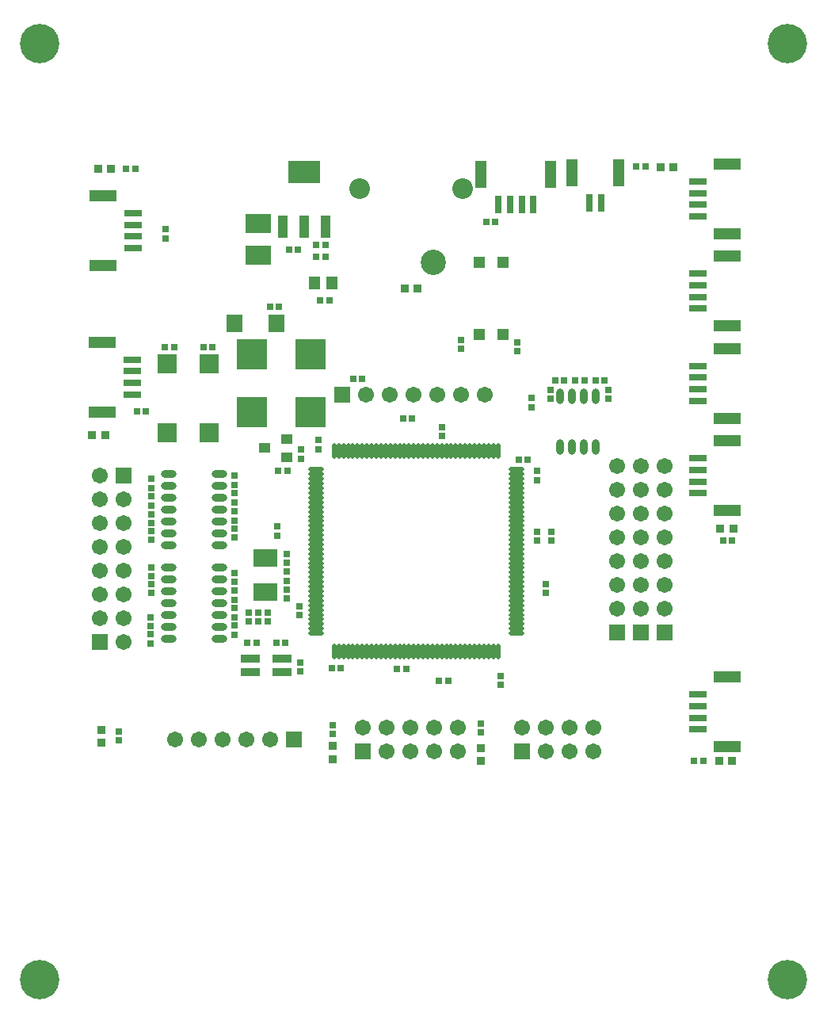
<source format=gts>
G04*
G04 #@! TF.GenerationSoftware,Altium Limited,Altium Designer,19.0.12 (326)*
G04*
G04 Layer_Color=8388736*
%FSLAX24Y24*%
%MOIN*%
G70*
G01*
G75*
%ADD45R,0.0380X0.0380*%
%ADD46R,0.0380X0.0380*%
%ADD47R,0.0454X0.0434*%
%ADD48R,0.0454X0.0434*%
%ADD49R,0.0316X0.0280*%
%ADD50R,0.0316X0.0749*%
%ADD51R,0.0474X0.1143*%
%ADD52R,0.0749X0.0316*%
%ADD53R,0.1143X0.0474*%
%ADD54R,0.0434X0.0926*%
%ADD55R,0.1360X0.0926*%
%ADD56R,0.0280X0.0316*%
%ADD57R,0.1064X0.0828*%
%ADD58R,0.0474X0.0580*%
%ADD59R,0.1025X0.0749*%
%ADD60R,0.1261X0.1261*%
%ADD61R,0.0678X0.0759*%
%ADD62R,0.0828X0.0808*%
%ADD63R,0.0513X0.0513*%
%ADD64O,0.0316X0.0651*%
%ADD65O,0.0651X0.0316*%
%ADD66R,0.0789X0.0375*%
%ADD67O,0.0198X0.0651*%
%ADD68O,0.0651X0.0198*%
%ADD69C,0.1064*%
%ADD70C,0.0867*%
%ADD71R,0.0671X0.0671*%
%ADD72C,0.0671*%
%ADD73R,0.0671X0.0671*%
%ADD74C,0.1655*%
D45*
X15380Y29070D02*
D03*
X15925Y29069D02*
D03*
X2475Y34121D02*
D03*
X3020Y34120D02*
D03*
X2770Y22920D02*
D03*
X2225Y22921D02*
D03*
X26675Y34169D02*
D03*
X26130Y34170D02*
D03*
X29200Y18981D02*
D03*
X28655Y18981D02*
D03*
X28605Y9221D02*
D03*
X29150Y9220D02*
D03*
D46*
X2599Y9975D02*
D03*
X2600Y10520D02*
D03*
X12357Y9840D02*
D03*
X12356Y9295D02*
D03*
X18587Y9755D02*
D03*
X18587Y9210D02*
D03*
D47*
X10413Y21996D02*
D03*
X9487Y22370D02*
D03*
D48*
X10413Y22744D02*
D03*
D49*
X23950Y24822D02*
D03*
Y24442D02*
D03*
X21500Y24814D02*
D03*
Y24434D02*
D03*
X20709Y24470D02*
D03*
Y24090D02*
D03*
X20950Y21020D02*
D03*
Y21400D02*
D03*
X21550Y18860D02*
D03*
Y18480D02*
D03*
X20950D02*
D03*
Y18860D02*
D03*
X21300Y16660D02*
D03*
Y16280D02*
D03*
X19398Y12793D02*
D03*
Y12413D02*
D03*
X10976Y12980D02*
D03*
Y13360D02*
D03*
X11750Y22320D02*
D03*
Y22700D02*
D03*
X11000Y22300D02*
D03*
Y21920D02*
D03*
X10000Y18689D02*
D03*
Y19069D02*
D03*
X10950Y15710D02*
D03*
Y15330D02*
D03*
X9600Y15070D02*
D03*
Y15450D02*
D03*
X9200Y15070D02*
D03*
Y15450D02*
D03*
X8800Y15070D02*
D03*
Y15450D02*
D03*
X8200Y14520D02*
D03*
Y14900D02*
D03*
Y15252D02*
D03*
Y15632D02*
D03*
Y16372D02*
D03*
Y15992D02*
D03*
Y16740D02*
D03*
Y17120D02*
D03*
X16950Y22866D02*
D03*
Y23246D02*
D03*
X20098Y26826D02*
D03*
Y26446D02*
D03*
X17748Y26536D02*
D03*
Y26916D02*
D03*
X5300Y31570D02*
D03*
Y31190D02*
D03*
X3350Y10080D02*
D03*
Y10460D02*
D03*
X18587Y10796D02*
D03*
Y10416D02*
D03*
X12350Y10720D02*
D03*
Y10340D02*
D03*
X10400Y17925D02*
D03*
Y17545D02*
D03*
Y16045D02*
D03*
Y16425D02*
D03*
X10401Y17175D02*
D03*
Y16795D02*
D03*
X8200Y21200D02*
D03*
Y20820D02*
D03*
Y20091D02*
D03*
Y20471D02*
D03*
X4700Y19960D02*
D03*
Y20340D02*
D03*
Y20690D02*
D03*
Y21070D02*
D03*
X8200Y19709D02*
D03*
Y19329D02*
D03*
X4700Y19590D02*
D03*
Y19210D02*
D03*
Y18879D02*
D03*
Y18499D02*
D03*
X8200Y18981D02*
D03*
Y18601D02*
D03*
X4700Y16270D02*
D03*
Y16650D02*
D03*
X4692Y14533D02*
D03*
Y14153D02*
D03*
X4700Y16982D02*
D03*
Y17362D02*
D03*
X4692Y15252D02*
D03*
Y14872D02*
D03*
D50*
X20792Y32620D02*
D03*
X20300D02*
D03*
X19316D02*
D03*
X19808D02*
D03*
X23642Y32670D02*
D03*
X23150D02*
D03*
D51*
X21520Y33880D02*
D03*
X18587D02*
D03*
X22422Y33930D02*
D03*
X24370D02*
D03*
D52*
X3950Y32254D02*
D03*
Y31762D02*
D03*
Y30778D02*
D03*
Y31270D02*
D03*
X3910Y26092D02*
D03*
Y25600D02*
D03*
Y24615D02*
D03*
Y25107D02*
D03*
X27700Y21454D02*
D03*
Y21946D02*
D03*
Y20962D02*
D03*
Y20470D02*
D03*
Y33096D02*
D03*
Y33589D02*
D03*
Y32604D02*
D03*
Y32112D02*
D03*
Y29216D02*
D03*
Y29708D02*
D03*
Y28724D02*
D03*
Y28231D02*
D03*
Y11520D02*
D03*
Y12012D02*
D03*
Y11028D02*
D03*
Y10536D02*
D03*
Y25335D02*
D03*
Y25827D02*
D03*
Y24843D02*
D03*
Y24351D02*
D03*
D53*
X2690Y32983D02*
D03*
Y30050D02*
D03*
X2650Y26820D02*
D03*
Y23887D02*
D03*
X28960Y22675D02*
D03*
Y19742D02*
D03*
Y34317D02*
D03*
Y31384D02*
D03*
Y30436D02*
D03*
Y27503D02*
D03*
Y12740D02*
D03*
Y9807D02*
D03*
Y26555D02*
D03*
Y23622D02*
D03*
D54*
X10244Y31666D02*
D03*
X11150D02*
D03*
X12056D02*
D03*
D55*
X11150Y33974D02*
D03*
D56*
X10500Y30720D02*
D03*
X10880D02*
D03*
X11650Y30920D02*
D03*
X12030D02*
D03*
X11650Y30420D02*
D03*
X12030D02*
D03*
X12200Y28570D02*
D03*
X11820D02*
D03*
X5670Y26620D02*
D03*
X5290D02*
D03*
X19180Y31870D02*
D03*
X18800D02*
D03*
X13200Y25270D02*
D03*
X13580D02*
D03*
X9710Y28321D02*
D03*
X10090D02*
D03*
X20550Y21870D02*
D03*
X20170D02*
D03*
X12310Y13127D02*
D03*
X12690D02*
D03*
X15060Y13070D02*
D03*
X15440D02*
D03*
X15690Y23622D02*
D03*
X15310D02*
D03*
X16820Y12576D02*
D03*
X17200D02*
D03*
X6900Y26620D02*
D03*
X7280D02*
D03*
X22090Y25222D02*
D03*
X21710D02*
D03*
X23400D02*
D03*
X23780D02*
D03*
X22940D02*
D03*
X22560D02*
D03*
X10047Y21420D02*
D03*
X10427D02*
D03*
X3650Y34120D02*
D03*
X4030D02*
D03*
X4100Y23920D02*
D03*
X4480D02*
D03*
X25500Y34220D02*
D03*
X25120D02*
D03*
X29150Y18470D02*
D03*
X28770D02*
D03*
X27940Y9205D02*
D03*
X27560D02*
D03*
X10352Y14175D02*
D03*
X9972D02*
D03*
X8750Y14170D02*
D03*
X9130D02*
D03*
D57*
X9200Y31816D02*
D03*
Y30470D02*
D03*
D58*
X11579Y29302D02*
D03*
X12299D02*
D03*
D59*
X9500Y17753D02*
D03*
Y16297D02*
D03*
D60*
X8953Y23870D02*
D03*
Y26320D02*
D03*
X11403D02*
D03*
Y23870D02*
D03*
D61*
X8200Y27620D02*
D03*
X9972D02*
D03*
D62*
X7136Y25917D02*
D03*
X5364Y23023D02*
D03*
Y25917D02*
D03*
X7136Y23023D02*
D03*
D63*
X19498Y30181D02*
D03*
X18498Y27161D02*
D03*
Y30181D02*
D03*
X19498Y27161D02*
D03*
D64*
X21900Y22399D02*
D03*
X22400D02*
D03*
X22900D02*
D03*
X23400D02*
D03*
X21900Y24545D02*
D03*
X22400D02*
D03*
X22900D02*
D03*
X23400D02*
D03*
D65*
X7573Y18270D02*
D03*
Y18770D02*
D03*
Y19270D02*
D03*
Y19770D02*
D03*
Y20270D02*
D03*
Y20770D02*
D03*
Y21270D02*
D03*
X5427Y18270D02*
D03*
Y18770D02*
D03*
Y19270D02*
D03*
Y19770D02*
D03*
Y20270D02*
D03*
Y20770D02*
D03*
Y21270D02*
D03*
X7573Y14348D02*
D03*
Y14848D02*
D03*
Y15348D02*
D03*
Y15848D02*
D03*
Y16348D02*
D03*
Y16848D02*
D03*
Y17348D02*
D03*
X5427Y14348D02*
D03*
Y14848D02*
D03*
Y15348D02*
D03*
Y15848D02*
D03*
Y16348D02*
D03*
Y16848D02*
D03*
Y17348D02*
D03*
D66*
X8872Y13505D02*
D03*
X10211D02*
D03*
Y12935D02*
D03*
X8872D02*
D03*
D67*
X12405Y22242D02*
D03*
X12602D02*
D03*
X12799D02*
D03*
X12996D02*
D03*
X13193D02*
D03*
X13389D02*
D03*
X13586D02*
D03*
X13783D02*
D03*
X13980D02*
D03*
X14177D02*
D03*
X14374D02*
D03*
X14570D02*
D03*
X14767D02*
D03*
X14964D02*
D03*
X15161D02*
D03*
X15358D02*
D03*
X15555D02*
D03*
X15752D02*
D03*
X15948D02*
D03*
X16145D02*
D03*
X16342D02*
D03*
X16539D02*
D03*
X16736D02*
D03*
X16933D02*
D03*
X17130D02*
D03*
X17326D02*
D03*
X17523D02*
D03*
X17720D02*
D03*
X17917D02*
D03*
X18114D02*
D03*
X18311D02*
D03*
X18507D02*
D03*
X18704D02*
D03*
X18901D02*
D03*
X19098D02*
D03*
X19295D02*
D03*
Y13798D02*
D03*
X19098D02*
D03*
X18901D02*
D03*
X18704D02*
D03*
X18507D02*
D03*
X18311D02*
D03*
X18114D02*
D03*
X17917D02*
D03*
X17720D02*
D03*
X17523D02*
D03*
X17326D02*
D03*
X17130D02*
D03*
X16933D02*
D03*
X16736D02*
D03*
X16539D02*
D03*
X16342D02*
D03*
X16145D02*
D03*
X15948D02*
D03*
X15752D02*
D03*
X15555D02*
D03*
X15358D02*
D03*
X15161D02*
D03*
X14964D02*
D03*
X14767D02*
D03*
X14570D02*
D03*
X14374D02*
D03*
X14177D02*
D03*
X13980D02*
D03*
X13783D02*
D03*
X13586D02*
D03*
X13389D02*
D03*
X13193D02*
D03*
X12996D02*
D03*
X12799D02*
D03*
X12602D02*
D03*
X12405D02*
D03*
D68*
X20072Y21465D02*
D03*
Y21268D02*
D03*
Y21071D02*
D03*
Y20874D02*
D03*
Y20677D02*
D03*
Y20481D02*
D03*
Y20284D02*
D03*
Y20087D02*
D03*
Y19890D02*
D03*
Y19693D02*
D03*
Y19496D02*
D03*
Y19300D02*
D03*
Y19103D02*
D03*
Y18906D02*
D03*
Y18709D02*
D03*
Y18512D02*
D03*
Y18315D02*
D03*
Y18118D02*
D03*
Y17922D02*
D03*
Y17725D02*
D03*
Y17528D02*
D03*
Y17331D02*
D03*
Y17134D02*
D03*
Y16937D02*
D03*
Y16740D02*
D03*
Y16544D02*
D03*
Y16347D02*
D03*
Y16150D02*
D03*
Y15953D02*
D03*
Y15756D02*
D03*
Y15559D02*
D03*
Y15363D02*
D03*
Y15166D02*
D03*
Y14969D02*
D03*
Y14772D02*
D03*
Y14575D02*
D03*
X11628D02*
D03*
Y14772D02*
D03*
Y14969D02*
D03*
Y15166D02*
D03*
Y15363D02*
D03*
Y15559D02*
D03*
Y15756D02*
D03*
Y15953D02*
D03*
Y16150D02*
D03*
Y16347D02*
D03*
Y16544D02*
D03*
Y16740D02*
D03*
Y16937D02*
D03*
Y17134D02*
D03*
Y17331D02*
D03*
Y17528D02*
D03*
Y17725D02*
D03*
Y17922D02*
D03*
Y18118D02*
D03*
Y18315D02*
D03*
Y18512D02*
D03*
Y18709D02*
D03*
Y18906D02*
D03*
Y19103D02*
D03*
Y19300D02*
D03*
Y19496D02*
D03*
Y19693D02*
D03*
Y19890D02*
D03*
Y20087D02*
D03*
Y20284D02*
D03*
Y20481D02*
D03*
Y20677D02*
D03*
Y20874D02*
D03*
Y21071D02*
D03*
Y21268D02*
D03*
Y21465D02*
D03*
D69*
X16564Y30182D02*
D03*
D70*
X17795Y33289D02*
D03*
X13464D02*
D03*
D71*
X26300Y14620D02*
D03*
X25300D02*
D03*
X24300D02*
D03*
X2550Y14220D02*
D03*
X3550Y21220D02*
D03*
D72*
X26300Y15620D02*
D03*
Y16620D02*
D03*
Y17620D02*
D03*
Y18620D02*
D03*
Y19620D02*
D03*
Y20620D02*
D03*
Y21620D02*
D03*
X25300Y15620D02*
D03*
Y16620D02*
D03*
Y17620D02*
D03*
Y18620D02*
D03*
Y19620D02*
D03*
Y20620D02*
D03*
Y21620D02*
D03*
X24300D02*
D03*
Y20620D02*
D03*
Y19620D02*
D03*
Y18620D02*
D03*
Y17620D02*
D03*
Y16620D02*
D03*
Y15620D02*
D03*
X14750Y24620D02*
D03*
X13750D02*
D03*
X15750D02*
D03*
X16750D02*
D03*
X17750D02*
D03*
X18750D02*
D03*
X2550Y21220D02*
D03*
Y20220D02*
D03*
Y19220D02*
D03*
Y18220D02*
D03*
Y17220D02*
D03*
Y16220D02*
D03*
Y15220D02*
D03*
X5710Y10120D02*
D03*
X6710D02*
D03*
X7710D02*
D03*
X8710D02*
D03*
X9710D02*
D03*
X20300Y10620D02*
D03*
X21300Y9620D02*
D03*
Y10620D02*
D03*
X22300Y9620D02*
D03*
Y10620D02*
D03*
X23300Y9620D02*
D03*
Y10620D02*
D03*
X3550Y14220D02*
D03*
Y15220D02*
D03*
Y16220D02*
D03*
Y17220D02*
D03*
Y18220D02*
D03*
Y19220D02*
D03*
Y20220D02*
D03*
X13600Y10620D02*
D03*
X14600Y9620D02*
D03*
Y10620D02*
D03*
X15600Y9620D02*
D03*
Y10620D02*
D03*
X16600Y9620D02*
D03*
Y10620D02*
D03*
X17600Y9620D02*
D03*
Y10620D02*
D03*
D73*
X12750Y24620D02*
D03*
X10710Y10120D02*
D03*
X20300Y9620D02*
D03*
X13600D02*
D03*
D74*
X31490Y10D02*
D03*
X0Y0D02*
D03*
X31490Y39370D02*
D03*
X0D02*
D03*
M02*

</source>
